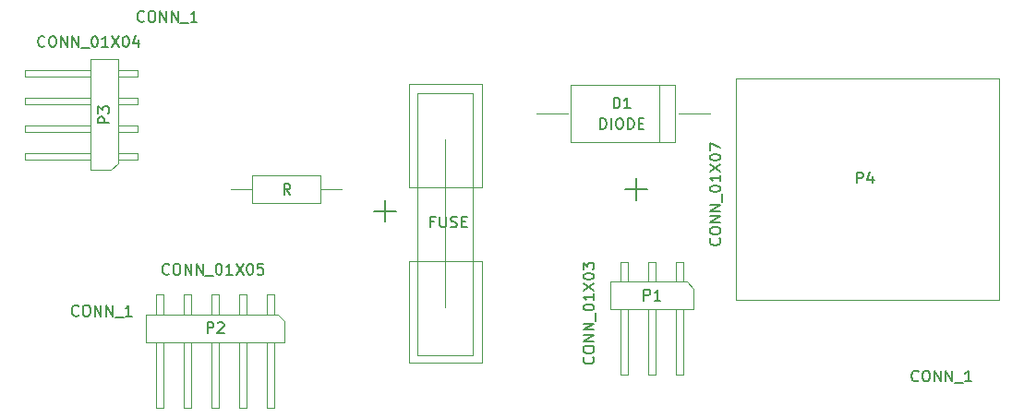
<source format=gbr>
G04 #@! TF.GenerationSoftware,KiCad,Pcbnew,(5.0.2)-1*
G04 #@! TF.CreationDate,2019-11-09T14:17:09+01:00*
G04 #@! TF.ProjectId,MPX_Alimentation,4d50585f-416c-4696-9d65-6e746174696f,v1.0*
G04 #@! TF.SameCoordinates,Original*
G04 #@! TF.FileFunction,Other,Fab,Top*
%FSLAX46Y46*%
G04 Gerber Fmt 4.6, Leading zero omitted, Abs format (unit mm)*
G04 Created by KiCad (PCBNEW (5.0.2)-1) date 09/11/2019 14:17:09*
%MOMM*%
%LPD*%
G01*
G04 APERTURE LIST*
%ADD10C,0.200000*%
%ADD11C,0.100000*%
%ADD12C,0.120000*%
%ADD13C,0.150000*%
G04 APERTURE END LIST*
D10*
X157000000Y-93000000D02*
X159000000Y-93000000D01*
X158000000Y-92500000D02*
X158000000Y-92000000D01*
X158000000Y-94000000D02*
X158000000Y-92500000D01*
X135000000Y-96000000D02*
X135000000Y-94000000D01*
X134000000Y-95000000D02*
X136000000Y-95000000D01*
D11*
G04 #@! TO.C,D1*
X161534000Y-88649000D02*
X161534000Y-83439000D01*
X161534000Y-83439000D02*
X152004000Y-83439000D01*
X152004000Y-83439000D02*
X152004000Y-88649000D01*
X152004000Y-88649000D02*
X161534000Y-88649000D01*
X164770000Y-86044000D02*
X161915000Y-86044000D01*
X148895000Y-86044000D02*
X151750000Y-86044000D01*
X160104500Y-88649000D02*
X160104500Y-83439000D01*
G04 #@! TO.C,R1*
X129070000Y-94250000D02*
X129070000Y-91750000D01*
X129070000Y-91750000D02*
X122770000Y-91750000D01*
X122770000Y-91750000D02*
X122770000Y-94250000D01*
X122770000Y-94250000D02*
X129070000Y-94250000D01*
X131000000Y-93000000D02*
X129070000Y-93000000D01*
X120840000Y-93000000D02*
X122770000Y-93000000D01*
G04 #@! TO.C,F1*
X140500000Y-103814000D02*
X140500000Y-88464000D01*
X137950000Y-108264000D02*
X137950000Y-84164000D01*
X137950000Y-84164000D02*
X143050000Y-84164000D01*
X143050000Y-84164000D02*
X143050000Y-108264000D01*
X143050000Y-108264000D02*
X138000000Y-108264000D01*
X137150000Y-92864000D02*
X143850000Y-92864000D01*
X143850000Y-92864000D02*
X143850000Y-83314000D01*
X143850000Y-83314000D02*
X137200000Y-83314000D01*
X137200000Y-83314000D02*
X137150000Y-92864000D01*
X137150000Y-108964000D02*
X137150000Y-99614000D01*
X137150000Y-99614000D02*
X143850000Y-99614000D01*
X143850000Y-99614000D02*
X143850000Y-108964000D01*
X143850000Y-108964000D02*
X137150000Y-108964000D01*
D12*
G04 #@! TO.C,P4*
X167180000Y-82840000D02*
X167180000Y-103160000D01*
X167180000Y-103160000D02*
X191310000Y-103160000D01*
X191310000Y-103160000D02*
X191310000Y-82840000D01*
X191310000Y-82840000D02*
X167180000Y-82840000D01*
D11*
G04 #@! TO.C,P1*
X163270000Y-102135000D02*
X163270000Y-104040000D01*
X163270000Y-104040000D02*
X155650000Y-104040000D01*
X155650000Y-104040000D02*
X155650000Y-101500000D01*
X155650000Y-101500000D02*
X162635000Y-101500000D01*
X162635000Y-101500000D02*
X163270000Y-102135000D01*
X162320000Y-99680000D02*
X162320000Y-101500000D01*
X162320000Y-99680000D02*
X161680000Y-99680000D01*
X161680000Y-99680000D02*
X161680000Y-101500000D01*
X162320000Y-104040000D02*
X162320000Y-110040000D01*
X162320000Y-110040000D02*
X161680000Y-110040000D01*
X161680000Y-104040000D02*
X161680000Y-110040000D01*
X159780000Y-99680000D02*
X159780000Y-101500000D01*
X159780000Y-99680000D02*
X159140000Y-99680000D01*
X159140000Y-99680000D02*
X159140000Y-101500000D01*
X159780000Y-104040000D02*
X159780000Y-110040000D01*
X159780000Y-110040000D02*
X159140000Y-110040000D01*
X159140000Y-104040000D02*
X159140000Y-110040000D01*
X157240000Y-99680000D02*
X157240000Y-101500000D01*
X157240000Y-99680000D02*
X156600000Y-99680000D01*
X156600000Y-99680000D02*
X156600000Y-101500000D01*
X157240000Y-104040000D02*
X157240000Y-110040000D01*
X157240000Y-110040000D02*
X156600000Y-110040000D01*
X156600000Y-104040000D02*
X156600000Y-110040000D01*
G04 #@! TO.C,P2*
X125770000Y-105135000D02*
X125770000Y-107040000D01*
X125770000Y-107040000D02*
X113070000Y-107040000D01*
X113070000Y-107040000D02*
X113070000Y-104500000D01*
X113070000Y-104500000D02*
X125135000Y-104500000D01*
X125135000Y-104500000D02*
X125770000Y-105135000D01*
X124820000Y-102680000D02*
X124820000Y-104500000D01*
X124820000Y-102680000D02*
X124180000Y-102680000D01*
X124180000Y-102680000D02*
X124180000Y-104500000D01*
X124820000Y-107040000D02*
X124820000Y-113040000D01*
X124820000Y-113040000D02*
X124180000Y-113040000D01*
X124180000Y-107040000D02*
X124180000Y-113040000D01*
X122280000Y-102680000D02*
X122280000Y-104500000D01*
X122280000Y-102680000D02*
X121640000Y-102680000D01*
X121640000Y-102680000D02*
X121640000Y-104500000D01*
X122280000Y-107040000D02*
X122280000Y-113040000D01*
X122280000Y-113040000D02*
X121640000Y-113040000D01*
X121640000Y-107040000D02*
X121640000Y-113040000D01*
X119740000Y-102680000D02*
X119740000Y-104500000D01*
X119740000Y-102680000D02*
X119100000Y-102680000D01*
X119100000Y-102680000D02*
X119100000Y-104500000D01*
X119740000Y-107040000D02*
X119740000Y-113040000D01*
X119740000Y-113040000D02*
X119100000Y-113040000D01*
X119100000Y-107040000D02*
X119100000Y-113040000D01*
X117200000Y-102680000D02*
X117200000Y-104500000D01*
X117200000Y-102680000D02*
X116560000Y-102680000D01*
X116560000Y-102680000D02*
X116560000Y-104500000D01*
X117200000Y-107040000D02*
X117200000Y-113040000D01*
X117200000Y-113040000D02*
X116560000Y-113040000D01*
X116560000Y-107040000D02*
X116560000Y-113040000D01*
X114660000Y-102680000D02*
X114660000Y-104500000D01*
X114660000Y-102680000D02*
X114020000Y-102680000D01*
X114020000Y-102680000D02*
X114020000Y-104500000D01*
X114660000Y-107040000D02*
X114660000Y-113040000D01*
X114660000Y-113040000D02*
X114020000Y-113040000D01*
X114020000Y-107040000D02*
X114020000Y-113040000D01*
G04 #@! TO.C,P3*
X109865000Y-91270000D02*
X107960000Y-91270000D01*
X107960000Y-91270000D02*
X107960000Y-81110000D01*
X107960000Y-81110000D02*
X110500000Y-81110000D01*
X110500000Y-81110000D02*
X110500000Y-90635000D01*
X110500000Y-90635000D02*
X109865000Y-91270000D01*
X112320000Y-90320000D02*
X110500000Y-90320000D01*
X112320000Y-90320000D02*
X112320000Y-89680000D01*
X112320000Y-89680000D02*
X110500000Y-89680000D01*
X107960000Y-90320000D02*
X101960000Y-90320000D01*
X101960000Y-90320000D02*
X101960000Y-89680000D01*
X107960000Y-89680000D02*
X101960000Y-89680000D01*
X112320000Y-87780000D02*
X110500000Y-87780000D01*
X112320000Y-87780000D02*
X112320000Y-87140000D01*
X112320000Y-87140000D02*
X110500000Y-87140000D01*
X107960000Y-87780000D02*
X101960000Y-87780000D01*
X101960000Y-87780000D02*
X101960000Y-87140000D01*
X107960000Y-87140000D02*
X101960000Y-87140000D01*
X112320000Y-85240000D02*
X110500000Y-85240000D01*
X112320000Y-85240000D02*
X112320000Y-84600000D01*
X112320000Y-84600000D02*
X110500000Y-84600000D01*
X107960000Y-85240000D02*
X101960000Y-85240000D01*
X101960000Y-85240000D02*
X101960000Y-84600000D01*
X107960000Y-84600000D02*
X101960000Y-84600000D01*
X112320000Y-82700000D02*
X110500000Y-82700000D01*
X112320000Y-82700000D02*
X112320000Y-82060000D01*
X112320000Y-82060000D02*
X110500000Y-82060000D01*
X107960000Y-82700000D02*
X101960000Y-82700000D01*
X101960000Y-82700000D02*
X101960000Y-82060000D01*
X107960000Y-82060000D02*
X101960000Y-82060000D01*
G04 #@! TD*
G04 #@! TO.C,D1*
D13*
X154712809Y-87496380D02*
X154712809Y-86496380D01*
X154950904Y-86496380D01*
X155093761Y-86544000D01*
X155189000Y-86639238D01*
X155236619Y-86734476D01*
X155284238Y-86924952D01*
X155284238Y-87067809D01*
X155236619Y-87258285D01*
X155189000Y-87353523D01*
X155093761Y-87448761D01*
X154950904Y-87496380D01*
X154712809Y-87496380D01*
X155712809Y-87496380D02*
X155712809Y-86496380D01*
X156379476Y-86496380D02*
X156569952Y-86496380D01*
X156665190Y-86544000D01*
X156760428Y-86639238D01*
X156808047Y-86829714D01*
X156808047Y-87163047D01*
X156760428Y-87353523D01*
X156665190Y-87448761D01*
X156569952Y-87496380D01*
X156379476Y-87496380D01*
X156284238Y-87448761D01*
X156189000Y-87353523D01*
X156141380Y-87163047D01*
X156141380Y-86829714D01*
X156189000Y-86639238D01*
X156284238Y-86544000D01*
X156379476Y-86496380D01*
X157236619Y-87496380D02*
X157236619Y-86496380D01*
X157474714Y-86496380D01*
X157617571Y-86544000D01*
X157712809Y-86639238D01*
X157760428Y-86734476D01*
X157808047Y-86924952D01*
X157808047Y-87067809D01*
X157760428Y-87258285D01*
X157712809Y-87353523D01*
X157617571Y-87448761D01*
X157474714Y-87496380D01*
X157236619Y-87496380D01*
X158236619Y-86972571D02*
X158569952Y-86972571D01*
X158712809Y-87496380D02*
X158236619Y-87496380D01*
X158236619Y-86496380D01*
X158712809Y-86496380D01*
X155950904Y-85596380D02*
X155950904Y-84596380D01*
X156189000Y-84596380D01*
X156331857Y-84644000D01*
X156427095Y-84739238D01*
X156474714Y-84834476D01*
X156522333Y-85024952D01*
X156522333Y-85167809D01*
X156474714Y-85358285D01*
X156427095Y-85453523D01*
X156331857Y-85548761D01*
X156189000Y-85596380D01*
X155950904Y-85596380D01*
X157474714Y-85596380D02*
X156903285Y-85596380D01*
X157189000Y-85596380D02*
X157189000Y-84596380D01*
X157093761Y-84739238D01*
X156998523Y-84834476D01*
X156903285Y-84882095D01*
G04 #@! TO.C,R1*
X126289523Y-93517380D02*
X125956190Y-93041190D01*
X125718095Y-93517380D02*
X125718095Y-92517380D01*
X126099047Y-92517380D01*
X126194285Y-92565000D01*
X126241904Y-92612619D01*
X126289523Y-92707857D01*
X126289523Y-92850714D01*
X126241904Y-92945952D01*
X126194285Y-92993571D01*
X126099047Y-93041190D01*
X125718095Y-93041190D01*
G04 #@! TO.C,F1*
X139490476Y-95992571D02*
X139157142Y-95992571D01*
X139157142Y-96516380D02*
X139157142Y-95516380D01*
X139633333Y-95516380D01*
X140014285Y-95516380D02*
X140014285Y-96325904D01*
X140061904Y-96421142D01*
X140109523Y-96468761D01*
X140204761Y-96516380D01*
X140395238Y-96516380D01*
X140490476Y-96468761D01*
X140538095Y-96421142D01*
X140585714Y-96325904D01*
X140585714Y-95516380D01*
X141014285Y-96468761D02*
X141157142Y-96516380D01*
X141395238Y-96516380D01*
X141490476Y-96468761D01*
X141538095Y-96421142D01*
X141585714Y-96325904D01*
X141585714Y-96230666D01*
X141538095Y-96135428D01*
X141490476Y-96087809D01*
X141395238Y-96040190D01*
X141204761Y-95992571D01*
X141109523Y-95944952D01*
X141061904Y-95897333D01*
X141014285Y-95802095D01*
X141014285Y-95706857D01*
X141061904Y-95611619D01*
X141109523Y-95564000D01*
X141204761Y-95516380D01*
X141442857Y-95516380D01*
X141585714Y-95564000D01*
X142014285Y-95992571D02*
X142347619Y-95992571D01*
X142490476Y-96516380D02*
X142014285Y-96516380D01*
X142014285Y-95516380D01*
X142490476Y-95516380D01*
G04 #@! TO.C,P4*
X165657142Y-97523809D02*
X165704761Y-97571428D01*
X165752380Y-97714285D01*
X165752380Y-97809523D01*
X165704761Y-97952380D01*
X165609523Y-98047619D01*
X165514285Y-98095238D01*
X165323809Y-98142857D01*
X165180952Y-98142857D01*
X164990476Y-98095238D01*
X164895238Y-98047619D01*
X164800000Y-97952380D01*
X164752380Y-97809523D01*
X164752380Y-97714285D01*
X164800000Y-97571428D01*
X164847619Y-97523809D01*
X164752380Y-96904761D02*
X164752380Y-96714285D01*
X164800000Y-96619047D01*
X164895238Y-96523809D01*
X165085714Y-96476190D01*
X165419047Y-96476190D01*
X165609523Y-96523809D01*
X165704761Y-96619047D01*
X165752380Y-96714285D01*
X165752380Y-96904761D01*
X165704761Y-97000000D01*
X165609523Y-97095238D01*
X165419047Y-97142857D01*
X165085714Y-97142857D01*
X164895238Y-97095238D01*
X164800000Y-97000000D01*
X164752380Y-96904761D01*
X165752380Y-96047619D02*
X164752380Y-96047619D01*
X165752380Y-95476190D01*
X164752380Y-95476190D01*
X165752380Y-95000000D02*
X164752380Y-95000000D01*
X165752380Y-94428571D01*
X164752380Y-94428571D01*
X165847619Y-94190476D02*
X165847619Y-93428571D01*
X164752380Y-93000000D02*
X164752380Y-92904761D01*
X164800000Y-92809523D01*
X164847619Y-92761904D01*
X164942857Y-92714285D01*
X165133333Y-92666666D01*
X165371428Y-92666666D01*
X165561904Y-92714285D01*
X165657142Y-92761904D01*
X165704761Y-92809523D01*
X165752380Y-92904761D01*
X165752380Y-93000000D01*
X165704761Y-93095238D01*
X165657142Y-93142857D01*
X165561904Y-93190476D01*
X165371428Y-93238095D01*
X165133333Y-93238095D01*
X164942857Y-93190476D01*
X164847619Y-93142857D01*
X164800000Y-93095238D01*
X164752380Y-93000000D01*
X165752380Y-91714285D02*
X165752380Y-92285714D01*
X165752380Y-92000000D02*
X164752380Y-92000000D01*
X164895238Y-92095238D01*
X164990476Y-92190476D01*
X165038095Y-92285714D01*
X164752380Y-91380952D02*
X165752380Y-90714285D01*
X164752380Y-90714285D02*
X165752380Y-91380952D01*
X164752380Y-90142857D02*
X164752380Y-90047619D01*
X164800000Y-89952380D01*
X164847619Y-89904761D01*
X164942857Y-89857142D01*
X165133333Y-89809523D01*
X165371428Y-89809523D01*
X165561904Y-89857142D01*
X165657142Y-89904761D01*
X165704761Y-89952380D01*
X165752380Y-90047619D01*
X165752380Y-90142857D01*
X165704761Y-90238095D01*
X165657142Y-90285714D01*
X165561904Y-90333333D01*
X165371428Y-90380952D01*
X165133333Y-90380952D01*
X164942857Y-90333333D01*
X164847619Y-90285714D01*
X164800000Y-90238095D01*
X164752380Y-90142857D01*
X164752380Y-89476190D02*
X164752380Y-88809523D01*
X165752380Y-89238095D01*
X178261904Y-92452380D02*
X178261904Y-91452380D01*
X178642857Y-91452380D01*
X178738095Y-91500000D01*
X178785714Y-91547619D01*
X178833333Y-91642857D01*
X178833333Y-91785714D01*
X178785714Y-91880952D01*
X178738095Y-91928571D01*
X178642857Y-91976190D01*
X178261904Y-91976190D01*
X179690476Y-91785714D02*
X179690476Y-92452380D01*
X179452380Y-91404761D02*
X179214285Y-92119047D01*
X179833333Y-92119047D01*
G04 #@! TO.C,P1*
X154057142Y-108423809D02*
X154104761Y-108471428D01*
X154152380Y-108614285D01*
X154152380Y-108709523D01*
X154104761Y-108852380D01*
X154009523Y-108947619D01*
X153914285Y-108995238D01*
X153723809Y-109042857D01*
X153580952Y-109042857D01*
X153390476Y-108995238D01*
X153295238Y-108947619D01*
X153200000Y-108852380D01*
X153152380Y-108709523D01*
X153152380Y-108614285D01*
X153200000Y-108471428D01*
X153247619Y-108423809D01*
X153152380Y-107804761D02*
X153152380Y-107614285D01*
X153200000Y-107519047D01*
X153295238Y-107423809D01*
X153485714Y-107376190D01*
X153819047Y-107376190D01*
X154009523Y-107423809D01*
X154104761Y-107519047D01*
X154152380Y-107614285D01*
X154152380Y-107804761D01*
X154104761Y-107900000D01*
X154009523Y-107995238D01*
X153819047Y-108042857D01*
X153485714Y-108042857D01*
X153295238Y-107995238D01*
X153200000Y-107900000D01*
X153152380Y-107804761D01*
X154152380Y-106947619D02*
X153152380Y-106947619D01*
X154152380Y-106376190D01*
X153152380Y-106376190D01*
X154152380Y-105900000D02*
X153152380Y-105900000D01*
X154152380Y-105328571D01*
X153152380Y-105328571D01*
X154247619Y-105090476D02*
X154247619Y-104328571D01*
X153152380Y-103900000D02*
X153152380Y-103804761D01*
X153200000Y-103709523D01*
X153247619Y-103661904D01*
X153342857Y-103614285D01*
X153533333Y-103566666D01*
X153771428Y-103566666D01*
X153961904Y-103614285D01*
X154057142Y-103661904D01*
X154104761Y-103709523D01*
X154152380Y-103804761D01*
X154152380Y-103900000D01*
X154104761Y-103995238D01*
X154057142Y-104042857D01*
X153961904Y-104090476D01*
X153771428Y-104138095D01*
X153533333Y-104138095D01*
X153342857Y-104090476D01*
X153247619Y-104042857D01*
X153200000Y-103995238D01*
X153152380Y-103900000D01*
X154152380Y-102614285D02*
X154152380Y-103185714D01*
X154152380Y-102900000D02*
X153152380Y-102900000D01*
X153295238Y-102995238D01*
X153390476Y-103090476D01*
X153438095Y-103185714D01*
X153152380Y-102280952D02*
X154152380Y-101614285D01*
X153152380Y-101614285D02*
X154152380Y-102280952D01*
X153152380Y-101042857D02*
X153152380Y-100947619D01*
X153200000Y-100852380D01*
X153247619Y-100804761D01*
X153342857Y-100757142D01*
X153533333Y-100709523D01*
X153771428Y-100709523D01*
X153961904Y-100757142D01*
X154057142Y-100804761D01*
X154104761Y-100852380D01*
X154152380Y-100947619D01*
X154152380Y-101042857D01*
X154104761Y-101138095D01*
X154057142Y-101185714D01*
X153961904Y-101233333D01*
X153771428Y-101280952D01*
X153533333Y-101280952D01*
X153342857Y-101233333D01*
X153247619Y-101185714D01*
X153200000Y-101138095D01*
X153152380Y-101042857D01*
X153152380Y-100376190D02*
X153152380Y-99757142D01*
X153533333Y-100090476D01*
X153533333Y-99947619D01*
X153580952Y-99852380D01*
X153628571Y-99804761D01*
X153723809Y-99757142D01*
X153961904Y-99757142D01*
X154057142Y-99804761D01*
X154104761Y-99852380D01*
X154152380Y-99947619D01*
X154152380Y-100233333D01*
X154104761Y-100328571D01*
X154057142Y-100376190D01*
X158721904Y-103222380D02*
X158721904Y-102222380D01*
X159102857Y-102222380D01*
X159198095Y-102270000D01*
X159245714Y-102317619D01*
X159293333Y-102412857D01*
X159293333Y-102555714D01*
X159245714Y-102650952D01*
X159198095Y-102698571D01*
X159102857Y-102746190D01*
X158721904Y-102746190D01*
X160245714Y-103222380D02*
X159674285Y-103222380D01*
X159960000Y-103222380D02*
X159960000Y-102222380D01*
X159864761Y-102365238D01*
X159769523Y-102460476D01*
X159674285Y-102508095D01*
G04 #@! TO.C,P2*
X115176190Y-100757142D02*
X115128571Y-100804761D01*
X114985714Y-100852380D01*
X114890476Y-100852380D01*
X114747619Y-100804761D01*
X114652380Y-100709523D01*
X114604761Y-100614285D01*
X114557142Y-100423809D01*
X114557142Y-100280952D01*
X114604761Y-100090476D01*
X114652380Y-99995238D01*
X114747619Y-99900000D01*
X114890476Y-99852380D01*
X114985714Y-99852380D01*
X115128571Y-99900000D01*
X115176190Y-99947619D01*
X115795238Y-99852380D02*
X115985714Y-99852380D01*
X116080952Y-99900000D01*
X116176190Y-99995238D01*
X116223809Y-100185714D01*
X116223809Y-100519047D01*
X116176190Y-100709523D01*
X116080952Y-100804761D01*
X115985714Y-100852380D01*
X115795238Y-100852380D01*
X115700000Y-100804761D01*
X115604761Y-100709523D01*
X115557142Y-100519047D01*
X115557142Y-100185714D01*
X115604761Y-99995238D01*
X115700000Y-99900000D01*
X115795238Y-99852380D01*
X116652380Y-100852380D02*
X116652380Y-99852380D01*
X117223809Y-100852380D01*
X117223809Y-99852380D01*
X117700000Y-100852380D02*
X117700000Y-99852380D01*
X118271428Y-100852380D01*
X118271428Y-99852380D01*
X118509523Y-100947619D02*
X119271428Y-100947619D01*
X119700000Y-99852380D02*
X119795238Y-99852380D01*
X119890476Y-99900000D01*
X119938095Y-99947619D01*
X119985714Y-100042857D01*
X120033333Y-100233333D01*
X120033333Y-100471428D01*
X119985714Y-100661904D01*
X119938095Y-100757142D01*
X119890476Y-100804761D01*
X119795238Y-100852380D01*
X119700000Y-100852380D01*
X119604761Y-100804761D01*
X119557142Y-100757142D01*
X119509523Y-100661904D01*
X119461904Y-100471428D01*
X119461904Y-100233333D01*
X119509523Y-100042857D01*
X119557142Y-99947619D01*
X119604761Y-99900000D01*
X119700000Y-99852380D01*
X120985714Y-100852380D02*
X120414285Y-100852380D01*
X120700000Y-100852380D02*
X120700000Y-99852380D01*
X120604761Y-99995238D01*
X120509523Y-100090476D01*
X120414285Y-100138095D01*
X121319047Y-99852380D02*
X121985714Y-100852380D01*
X121985714Y-99852380D02*
X121319047Y-100852380D01*
X122557142Y-99852380D02*
X122652380Y-99852380D01*
X122747619Y-99900000D01*
X122795238Y-99947619D01*
X122842857Y-100042857D01*
X122890476Y-100233333D01*
X122890476Y-100471428D01*
X122842857Y-100661904D01*
X122795238Y-100757142D01*
X122747619Y-100804761D01*
X122652380Y-100852380D01*
X122557142Y-100852380D01*
X122461904Y-100804761D01*
X122414285Y-100757142D01*
X122366666Y-100661904D01*
X122319047Y-100471428D01*
X122319047Y-100233333D01*
X122366666Y-100042857D01*
X122414285Y-99947619D01*
X122461904Y-99900000D01*
X122557142Y-99852380D01*
X123795238Y-99852380D02*
X123319047Y-99852380D01*
X123271428Y-100328571D01*
X123319047Y-100280952D01*
X123414285Y-100233333D01*
X123652380Y-100233333D01*
X123747619Y-100280952D01*
X123795238Y-100328571D01*
X123842857Y-100423809D01*
X123842857Y-100661904D01*
X123795238Y-100757142D01*
X123747619Y-100804761D01*
X123652380Y-100852380D01*
X123414285Y-100852380D01*
X123319047Y-100804761D01*
X123271428Y-100757142D01*
X118681904Y-106222380D02*
X118681904Y-105222380D01*
X119062857Y-105222380D01*
X119158095Y-105270000D01*
X119205714Y-105317619D01*
X119253333Y-105412857D01*
X119253333Y-105555714D01*
X119205714Y-105650952D01*
X119158095Y-105698571D01*
X119062857Y-105746190D01*
X118681904Y-105746190D01*
X119634285Y-105317619D02*
X119681904Y-105270000D01*
X119777142Y-105222380D01*
X120015238Y-105222380D01*
X120110476Y-105270000D01*
X120158095Y-105317619D01*
X120205714Y-105412857D01*
X120205714Y-105508095D01*
X120158095Y-105650952D01*
X119586666Y-106222380D01*
X120205714Y-106222380D01*
G04 #@! TO.C,P3*
X103776190Y-79857142D02*
X103728571Y-79904761D01*
X103585714Y-79952380D01*
X103490476Y-79952380D01*
X103347619Y-79904761D01*
X103252380Y-79809523D01*
X103204761Y-79714285D01*
X103157142Y-79523809D01*
X103157142Y-79380952D01*
X103204761Y-79190476D01*
X103252380Y-79095238D01*
X103347619Y-79000000D01*
X103490476Y-78952380D01*
X103585714Y-78952380D01*
X103728571Y-79000000D01*
X103776190Y-79047619D01*
X104395238Y-78952380D02*
X104585714Y-78952380D01*
X104680952Y-79000000D01*
X104776190Y-79095238D01*
X104823809Y-79285714D01*
X104823809Y-79619047D01*
X104776190Y-79809523D01*
X104680952Y-79904761D01*
X104585714Y-79952380D01*
X104395238Y-79952380D01*
X104300000Y-79904761D01*
X104204761Y-79809523D01*
X104157142Y-79619047D01*
X104157142Y-79285714D01*
X104204761Y-79095238D01*
X104300000Y-79000000D01*
X104395238Y-78952380D01*
X105252380Y-79952380D02*
X105252380Y-78952380D01*
X105823809Y-79952380D01*
X105823809Y-78952380D01*
X106300000Y-79952380D02*
X106300000Y-78952380D01*
X106871428Y-79952380D01*
X106871428Y-78952380D01*
X107109523Y-80047619D02*
X107871428Y-80047619D01*
X108300000Y-78952380D02*
X108395238Y-78952380D01*
X108490476Y-79000000D01*
X108538095Y-79047619D01*
X108585714Y-79142857D01*
X108633333Y-79333333D01*
X108633333Y-79571428D01*
X108585714Y-79761904D01*
X108538095Y-79857142D01*
X108490476Y-79904761D01*
X108395238Y-79952380D01*
X108300000Y-79952380D01*
X108204761Y-79904761D01*
X108157142Y-79857142D01*
X108109523Y-79761904D01*
X108061904Y-79571428D01*
X108061904Y-79333333D01*
X108109523Y-79142857D01*
X108157142Y-79047619D01*
X108204761Y-79000000D01*
X108300000Y-78952380D01*
X109585714Y-79952380D02*
X109014285Y-79952380D01*
X109300000Y-79952380D02*
X109300000Y-78952380D01*
X109204761Y-79095238D01*
X109109523Y-79190476D01*
X109014285Y-79238095D01*
X109919047Y-78952380D02*
X110585714Y-79952380D01*
X110585714Y-78952380D02*
X109919047Y-79952380D01*
X111157142Y-78952380D02*
X111252380Y-78952380D01*
X111347619Y-79000000D01*
X111395238Y-79047619D01*
X111442857Y-79142857D01*
X111490476Y-79333333D01*
X111490476Y-79571428D01*
X111442857Y-79761904D01*
X111395238Y-79857142D01*
X111347619Y-79904761D01*
X111252380Y-79952380D01*
X111157142Y-79952380D01*
X111061904Y-79904761D01*
X111014285Y-79857142D01*
X110966666Y-79761904D01*
X110919047Y-79571428D01*
X110919047Y-79333333D01*
X110966666Y-79142857D01*
X111014285Y-79047619D01*
X111061904Y-79000000D01*
X111157142Y-78952380D01*
X112347619Y-79285714D02*
X112347619Y-79952380D01*
X112109523Y-78904761D02*
X111871428Y-79619047D01*
X112490476Y-79619047D01*
X109682380Y-86928095D02*
X108682380Y-86928095D01*
X108682380Y-86547142D01*
X108730000Y-86451904D01*
X108777619Y-86404285D01*
X108872857Y-86356666D01*
X109015714Y-86356666D01*
X109110952Y-86404285D01*
X109158571Y-86451904D01*
X109206190Y-86547142D01*
X109206190Y-86928095D01*
X108682380Y-86023333D02*
X108682380Y-85404285D01*
X109063333Y-85737619D01*
X109063333Y-85594761D01*
X109110952Y-85499523D01*
X109158571Y-85451904D01*
X109253809Y-85404285D01*
X109491904Y-85404285D01*
X109587142Y-85451904D01*
X109634761Y-85499523D01*
X109682380Y-85594761D01*
X109682380Y-85880476D01*
X109634761Y-85975714D01*
X109587142Y-86023333D01*
G04 #@! TO.C,A1*
X183880952Y-110557142D02*
X183833333Y-110604761D01*
X183690476Y-110652380D01*
X183595238Y-110652380D01*
X183452380Y-110604761D01*
X183357142Y-110509523D01*
X183309523Y-110414285D01*
X183261904Y-110223809D01*
X183261904Y-110080952D01*
X183309523Y-109890476D01*
X183357142Y-109795238D01*
X183452380Y-109700000D01*
X183595238Y-109652380D01*
X183690476Y-109652380D01*
X183833333Y-109700000D01*
X183880952Y-109747619D01*
X184500000Y-109652380D02*
X184690476Y-109652380D01*
X184785714Y-109700000D01*
X184880952Y-109795238D01*
X184928571Y-109985714D01*
X184928571Y-110319047D01*
X184880952Y-110509523D01*
X184785714Y-110604761D01*
X184690476Y-110652380D01*
X184500000Y-110652380D01*
X184404761Y-110604761D01*
X184309523Y-110509523D01*
X184261904Y-110319047D01*
X184261904Y-109985714D01*
X184309523Y-109795238D01*
X184404761Y-109700000D01*
X184500000Y-109652380D01*
X185357142Y-110652380D02*
X185357142Y-109652380D01*
X185928571Y-110652380D01*
X185928571Y-109652380D01*
X186404761Y-110652380D02*
X186404761Y-109652380D01*
X186976190Y-110652380D01*
X186976190Y-109652380D01*
X187214285Y-110747619D02*
X187976190Y-110747619D01*
X188738095Y-110652380D02*
X188166666Y-110652380D01*
X188452380Y-110652380D02*
X188452380Y-109652380D01*
X188357142Y-109795238D01*
X188261904Y-109890476D01*
X188166666Y-109938095D01*
G04 #@! TO.C,B1*
X112880952Y-77557142D02*
X112833333Y-77604761D01*
X112690476Y-77652380D01*
X112595238Y-77652380D01*
X112452380Y-77604761D01*
X112357142Y-77509523D01*
X112309523Y-77414285D01*
X112261904Y-77223809D01*
X112261904Y-77080952D01*
X112309523Y-76890476D01*
X112357142Y-76795238D01*
X112452380Y-76700000D01*
X112595238Y-76652380D01*
X112690476Y-76652380D01*
X112833333Y-76700000D01*
X112880952Y-76747619D01*
X113500000Y-76652380D02*
X113690476Y-76652380D01*
X113785714Y-76700000D01*
X113880952Y-76795238D01*
X113928571Y-76985714D01*
X113928571Y-77319047D01*
X113880952Y-77509523D01*
X113785714Y-77604761D01*
X113690476Y-77652380D01*
X113500000Y-77652380D01*
X113404761Y-77604761D01*
X113309523Y-77509523D01*
X113261904Y-77319047D01*
X113261904Y-76985714D01*
X113309523Y-76795238D01*
X113404761Y-76700000D01*
X113500000Y-76652380D01*
X114357142Y-77652380D02*
X114357142Y-76652380D01*
X114928571Y-77652380D01*
X114928571Y-76652380D01*
X115404761Y-77652380D02*
X115404761Y-76652380D01*
X115976190Y-77652380D01*
X115976190Y-76652380D01*
X116214285Y-77747619D02*
X116976190Y-77747619D01*
X117738095Y-77652380D02*
X117166666Y-77652380D01*
X117452380Y-77652380D02*
X117452380Y-76652380D01*
X117357142Y-76795238D01*
X117261904Y-76890476D01*
X117166666Y-76938095D01*
G04 #@! TO.C,C1*
X106880952Y-104557142D02*
X106833333Y-104604761D01*
X106690476Y-104652380D01*
X106595238Y-104652380D01*
X106452380Y-104604761D01*
X106357142Y-104509523D01*
X106309523Y-104414285D01*
X106261904Y-104223809D01*
X106261904Y-104080952D01*
X106309523Y-103890476D01*
X106357142Y-103795238D01*
X106452380Y-103700000D01*
X106595238Y-103652380D01*
X106690476Y-103652380D01*
X106833333Y-103700000D01*
X106880952Y-103747619D01*
X107500000Y-103652380D02*
X107690476Y-103652380D01*
X107785714Y-103700000D01*
X107880952Y-103795238D01*
X107928571Y-103985714D01*
X107928571Y-104319047D01*
X107880952Y-104509523D01*
X107785714Y-104604761D01*
X107690476Y-104652380D01*
X107500000Y-104652380D01*
X107404761Y-104604761D01*
X107309523Y-104509523D01*
X107261904Y-104319047D01*
X107261904Y-103985714D01*
X107309523Y-103795238D01*
X107404761Y-103700000D01*
X107500000Y-103652380D01*
X108357142Y-104652380D02*
X108357142Y-103652380D01*
X108928571Y-104652380D01*
X108928571Y-103652380D01*
X109404761Y-104652380D02*
X109404761Y-103652380D01*
X109976190Y-104652380D01*
X109976190Y-103652380D01*
X110214285Y-104747619D02*
X110976190Y-104747619D01*
X111738095Y-104652380D02*
X111166666Y-104652380D01*
X111452380Y-104652380D02*
X111452380Y-103652380D01*
X111357142Y-103795238D01*
X111261904Y-103890476D01*
X111166666Y-103938095D01*
G04 #@! TD*
M02*

</source>
